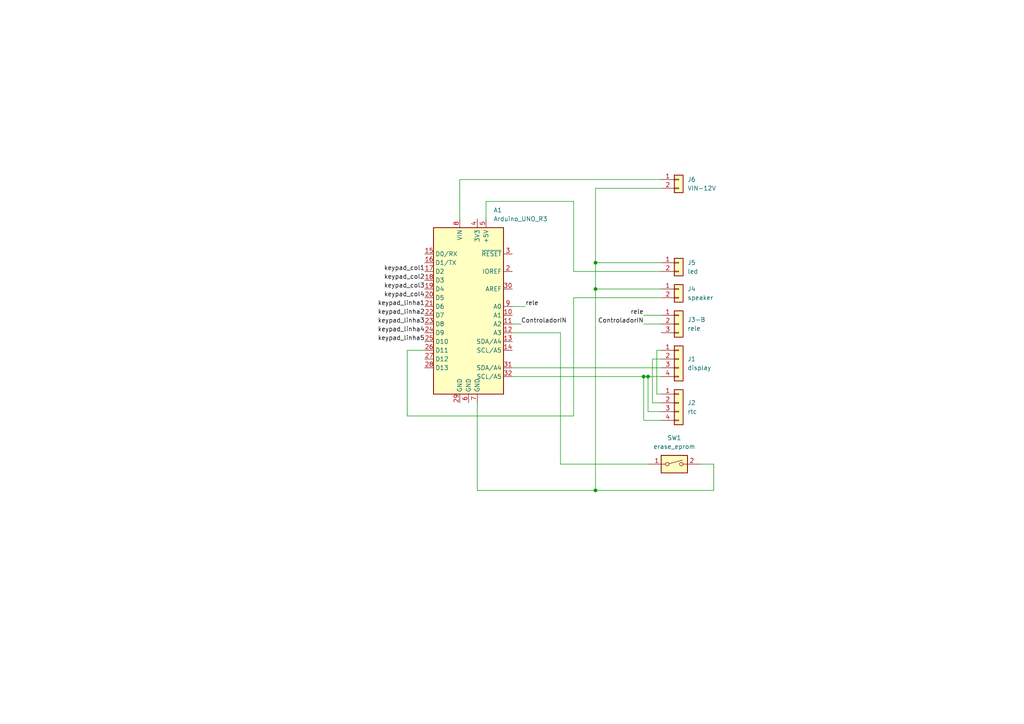
<source format=kicad_sch>
(kicad_sch (version 20250114) (generator "eeschema") (generator_version "9.0")
  (paper "A4")
  (lib_symbols
    (symbol "Connector_Generic:Conn_01x02" (pin_names (offset 1.016) (hide yes))
      (property "Reference" "J" (at 0 2.54 0))
      (property "Value" "Conn_01x02" (at 0 -5.08 0))
      (symbol "Conn_01x02_1_1"
        (rectangle (start -1.27 1.27) (end 1.27 -3.81) (stroke (width 0.254)) (fill (type background)))
        (rectangle (start -1.27 0.127) (end 0 -0.127) (stroke (width 0.1524)))
        (rectangle (start -1.27 -2.413) (end 0 -2.667) (stroke (width 0.1524)))
        (pin passive line (at -5.08 0 0) (length 3.81) (name "Pin_1") (number "1"))
        (pin passive line (at -5.08 -2.54 0) (length 3.81) (name "Pin_2") (number "2"))
      )
    )
    (symbol "Connector_Generic:Conn_01x03" (pin_names (offset 1.016) (hide yes))
      (property "Reference" "J" (at 0 5.08 0))
      (property "Value" "Conn_01x03" (at 0 -5.08 0))
      (symbol "Conn_01x03_1_1"
        (rectangle (start -1.27 3.81) (end 1.27 -3.81) (stroke (width 0.254)) (fill (type background)))
        (rectangle (start -1.27 2.667) (end 0 2.413) (stroke (width 0.1524)))
        (rectangle (start -1.27 0.127) (end 0 -0.127) (stroke (width 0.1524)))
        (rectangle (start -1.27 -2.413) (end 0 -2.667) (stroke (width 0.1524)))
        (pin passive line (at -5.08 2.54 0) (length 3.81) (name "Pin_1") (number "1"))
        (pin passive line (at -5.08 0 0) (length 3.81) (name "Pin_2") (number "2"))
        (pin passive line (at -5.08 -2.54 0) (length 3.81) (name "Pin_3") (number "3"))
      )
    )
    (symbol "Connector_Generic:Conn_01x04" (pin_names (offset 1.016) (hide yes))
      (property "Reference" "J" (at 0 5.08 0))
      (property "Value" "Conn_01x04" (at 0 -7.62 0))
      (symbol "Conn_01x04_1_1"
        (rectangle (start -1.27 3.81) (end 1.27 -6.35) (stroke (width 0.254)) (fill (type background)))
        (rectangle (start -1.27 2.667) (end 0 2.413) (stroke (width 0.1524)))
        (rectangle (start -1.27 0.127) (end 0 -0.127) (stroke (width 0.1524)))
        (rectangle (start -1.27 -2.413) (end 0 -2.667) (stroke (width 0.1524)))
        (rectangle (start -1.27 -4.953) (end 0 -5.207) (stroke (width 0.1524)))
        (pin passive line (at -5.08 2.54 0) (length 3.81) (name "Pin_1") (number "1"))
        (pin passive line (at -5.08 0 0) (length 3.81) (name "Pin_2") (number "2"))
        (pin passive line (at -5.08 -2.54 0) (length 3.81) (name "Pin_3") (number "3"))
        (pin passive line (at -5.08 -5.08 0) (length 3.81) (name "Pin_4") (number "4"))
      )
    )
    (symbol "MCU_Module:Arduino_UNO_R3"
      (property "Reference" "A" (at -10.16 23.495 0))
      (property "Value" "Arduino_UNO_R3" (at 5.08 -26.67 0))
      (symbol "Arduino_UNO_R3_0_1"
        (rectangle (start -10.16 22.86) (end 10.16 -25.4) (stroke (width 0.254)) (fill (type background)))
      )
      (symbol "Arduino_UNO_R3_1_1"
        (pin bidirectional line (at -12.7 15.24 0) (length 2.54) (name "D0/RX") (number "15"))
        (pin bidirectional line (at -12.7 12.7 0) (length 2.54) (name "D1/TX") (number "16"))
        (pin bidirectional line (at -12.7 10.16 0) (length 2.54) (name "D2") (number "17"))
        (pin bidirectional line (at -12.7 7.62 0) (length 2.54) (name "D3") (number "18"))
        (pin bidirectional line (at -12.7 5.08 0) (length 2.54) (name "D4") (number "19"))
        (pin bidirectional line (at -12.7 2.54 0) (length 2.54) (name "D5") (number "20"))
        (pin bidirectional line (at -12.7 0 0) (length 2.54) (name "D6") (number "21"))
        (pin bidirectional line (at -12.7 -2.54 0) (length 2.54) (name "D7") (number "22"))
        (pin bidirectional line (at -12.7 -5.08 0) (length 2.54) (name "D8") (number "23"))
        (pin bidirectional line (at -12.7 -7.62 0) (length 2.54) (name "D9") (number "24"))
        (pin bidirectional line (at -12.7 -10.16 0) (length 2.54) (name "D10") (number "25"))
        (pin bidirectional line (at -12.7 -12.7 0) (length 2.54) (name "D11") (number "26"))
        (pin bidirectional line (at -12.7 -15.24 0) (length 2.54) (name "D12") (number "27"))
        (pin bidirectional line (at -12.7 -17.78 0) (length 2.54) (name "D13") (number "28"))
        (pin no_connect line (at -10.16 -20.32 0) (length 2.54) (hide yes) (name "NC") (number "1"))
        (pin power_in line (at -2.54 25.4 270) (length 2.54) (name "VIN") (number "8"))
        (pin power_in line (at -2.54 -27.94 90) (length 2.54) (name "GND") (number "29"))
        (pin power_in line (at 0 -27.94 90) (length 2.54) (name "GND") (number "6"))
        (pin power_out line (at 2.54 25.4 270) (length 2.54) (name "3V3") (number "4"))
        (pin power_in line (at 2.54 -27.94 90) (length 2.54) (name "GND") (number "7"))
        (pin power_out line (at 5.08 25.4 270) (length 2.54) (name "+5V") (number "5"))
        (pin input line (at 12.7 15.24 180) (length 2.54) (name "~{RESET}") (number "3"))
        (pin output line (at 12.7 10.16 180) (length 2.54) (name "IOREF") (number "2"))
        (pin input line (at 12.7 5.08 180) (length 2.54) (name "AREF") (number "30"))
        (pin bidirectional line (at 12.7 0 180) (length 2.54) (name "A0") (number "9"))
        (pin bidirectional line (at 12.7 -2.54 180) (length 2.54) (name "A1") (number "10"))
        (pin bidirectional line (at 12.7 -5.08 180) (length 2.54) (name "A2") (number "11"))
        (pin bidirectional line (at 12.7 -7.62 180) (length 2.54) (name "A3") (number "12"))
        (pin bidirectional line (at 12.7 -10.16 180) (length 2.54) (name "SDA/A4") (number "13"))
        (pin bidirectional line (at 12.7 -12.7 180) (length 2.54) (name "SCL/A5") (number "14"))
        (pin bidirectional line (at 12.7 -17.78 180) (length 2.54) (name "SDA/A4") (number "31"))
        (pin bidirectional line (at 12.7 -20.32 180) (length 2.54) (name "SCL/A5") (number "32"))
      )
    )
    (symbol "Switch:SW_DIP_x01" (pin_names (offset 0) (hide yes))
      (property "Reference" "SW" (at 0 3.81 0))
      (property "Value" "SW_DIP_x01" (at 0 -3.81 0))
      (symbol "SW_DIP_x01_0_0"
        (circle (center -2.032 0) (radius 0.508))
        (polyline (pts (xy -1.524 0.127) (xy 2.3622 1.1684)))
        (circle (center 2.032 0) (radius 0.508))
      )
      (symbol "SW_DIP_x01_0_1"
        (rectangle (start -3.81 2.54) (end 3.81 -2.54) (stroke (width 0.254)) (fill (type background)))
      )
      (symbol "SW_DIP_x01_1_1"
        (pin passive line (at -7.62 0 0) (length 5.08) (name "~") (number "1"))
        (pin passive line (at 7.62 0 180) (length 5.08) (name "~") (number "2"))
      )
    )
  )
  (junction (at 172.72 142.24))
  (junction (at 172.72 83.82))
  (junction (at 186.69 109.22))
  (junction (at 187.96 109.22))
  (junction (at 172.72 76.2))
  (wire (pts (xy 191.77 114.3) (xy 190.5 114.3)))
  (wire (pts (xy 187.96 109.22) (xy 186.69 109.22)))
  (wire (pts (xy 133.35 52.07) (xy 191.77 52.07)))
  (wire (pts (xy 133.35 63.5) (xy 133.35 52.07)))
  (wire (pts (xy 148.59 96.52) (xy 162.56 96.52)))
  (wire (pts (xy 189.23 104.14) (xy 191.77 104.14)))
  (wire (pts (xy 172.72 76.2) (xy 191.77 76.2)))
  (wire (pts (xy 172.72 54.61) (xy 191.77 54.61)))
  (wire (pts (xy 189.23 116.84) (xy 189.23 104.14)))
  (wire (pts (xy 172.72 76.2) (xy 172.72 54.61)))
  (wire (pts (xy 172.72 142.24) (xy 172.72 83.82)))
  (wire (pts (xy 203.2 134.62) (xy 207.01 134.62)))
  (wire (pts (xy 118.11 120.65) (xy 118.11 101.6)))
  (wire (pts (xy 172.72 83.82) (xy 191.77 83.82)))
  (wire (pts (xy 207.01 142.24) (xy 172.72 142.24)))
  (wire (pts (xy 186.69 93.98) (xy 191.77 93.98)))
  (wire (pts (xy 166.37 86.36) (xy 166.37 120.65)))
  (wire (pts (xy 191.77 121.92) (xy 186.69 121.92)))
  (wire (pts (xy 118.11 101.6) (xy 123.19 101.6)))
  (wire (pts (xy 140.97 58.42) (xy 166.37 58.42)))
  (wire (pts (xy 191.77 119.38) (xy 187.96 119.38)))
  (wire (pts (xy 191.77 116.84) (xy 189.23 116.84)))
  (wire (pts (xy 186.69 109.22) (xy 148.59 109.22)))
  (wire (pts (xy 138.43 116.84) (xy 138.43 142.24)))
  (wire (pts (xy 186.69 91.44) (xy 191.77 91.44)))
  (wire (pts (xy 151.13 93.98) (xy 148.59 93.98)))
  (wire (pts (xy 207.01 134.62) (xy 207.01 142.24)))
  (wire (pts (xy 190.5 114.3) (xy 190.5 101.6)))
  (wire (pts (xy 190.5 101.6) (xy 191.77 101.6)))
  (wire (pts (xy 191.77 109.22) (xy 187.96 109.22)))
  (wire (pts (xy 138.43 142.24) (xy 172.72 142.24)))
  (wire (pts (xy 172.72 83.82) (xy 172.72 76.2)))
  (wire (pts (xy 186.69 121.92) (xy 186.69 109.22)))
  (wire (pts (xy 140.97 63.5) (xy 140.97 58.42)))
  (wire (pts (xy 187.96 119.38) (xy 187.96 109.22)))
  (wire (pts (xy 162.56 96.52) (xy 162.56 134.62)))
  (wire (pts (xy 166.37 120.65) (xy 118.11 120.65)))
  (wire (pts (xy 166.37 78.74) (xy 191.77 78.74)))
  (wire (pts (xy 191.77 106.68) (xy 148.59 106.68)))
  (wire (pts (xy 162.56 134.62) (xy 187.96 134.62)))
  (wire (pts (xy 152.4 88.9) (xy 148.59 88.9)))
  (wire (pts (xy 191.77 86.36) (xy 166.37 86.36)))
  (wire (pts (xy 166.37 58.42) (xy 166.37 78.74)))
  (label "keypad_col3" (at 123.19 83.82 180))
  (label "ControladorIN" (at 186.69 93.98 180))
  (label "keypad_linha3" (at 123.19 93.98 180))
  (label "keypad_linha5" (at 123.19 99.06 180))
  (label "keypad_col4" (at 123.19 86.36 180))
  (label "rele" (at 186.69 91.44 180))
  (label "keypad_linha2" (at 123.19 91.44 180))
  (label "keypad_col1" (at 123.19 78.74 180))
  (label "ControladorIN" (at 151.13 93.98 0))
  (label "rele" (at 152.4 88.9 0))
  (label "keypad_col2" (at 123.19 81.28 180))
  (label "keypad_linha1" (at 123.19 88.9 180))
  (label "keypad_linha4" (at 123.19 96.52 180))
  (symbol (lib_id "Connector_Generic:Conn_01x02") (at 196.85 83.82 0) (unit 1)
    (property "Reference" "J4" (at 199.39 83.8199 0) (effects (justify left)))
    (property "Value" "speaker" (at 199.39 86.3599 0) (effects (justify left)))
    (property "Description" "Generic connector, single row, 01x02, script generated (kicad-library-utils/schlib/autogen/connector/)" (effects (hide yes)))
  )
  (symbol (lib_id "Connector_Generic:Conn_01x04") (at 196.85 116.84 0) (unit 1)
    (property "Reference" "J2" (at 199.39 116.8399 0) (effects (justify left)))
    (property "Value" "rtc" (at 199.39 119.3799 0) (effects (justify left)))
    (property "Description" "Generic connector, single row, 01x04, script generated (kicad-library-utils/schlib/autogen/connector/)" (effects (hide yes)))
  )
  (symbol (lib_id "Connector_Generic:Conn_01x02") (at 196.85 52.07 0) (unit 1)
    (property "Reference" "J6" (at 199.39 52.0699 0) (effects (justify left)))
    (property "Value" "VIN-12V" (at 199.39 54.6099 0) (effects (justify left)))
    (property "Description" "Generic connector, single row, 01x02, script generated (kicad-library-utils/schlib/autogen/connector/)" (effects (hide yes)))
  )
  (symbol (lib_id "Connector_Generic:Conn_01x03") (at 196.85 93.98 0) (unit 1)
    (property "Reference" "J3-B" (at 199.39 92.7099 0) (effects (justify left)))
    (property "Value" "rele" (at 199.39 95.2499 0) (effects (justify left)))
    (property "Description" "Generic connector, single row, 01x03, script generated (kicad-library-utils/schlib/autogen/connector/)" (effects (hide yes)))
  )
  (symbol (lib_id "MCU_Module:Arduino_UNO_R3") (at 135.89 88.9 0) (unit 1)
    (property "Reference" "A1" (at 143.1133 60.96 0) (effects (justify left)))
    (property "Value" "Arduino_UNO_R3" (at 143.1133 63.5 0) (effects (justify left)))
    (property "Footprint" "Module:Arduino_UNO_R3" (effects (hide yes)))
    (property "Datasheet" "https://www.arduino.cc/en/Main/arduinoBoardUno" (effects (hide yes)))
    (property "Description" "Arduino UNO Microcontroller Module, release 3" (effects (hide yes)))
  )
  (symbol (lib_id "Connector_Generic:Conn_01x04") (at 196.85 104.14 0) (unit 1)
    (property "Reference" "J1" (at 199.39 104.1399 0) (effects (justify left)))
    (property "Value" "display" (at 199.39 106.6799 0) (effects (justify left)))
    (property "Description" "Generic connector, single row, 01x04, script generated (kicad-library-utils/schlib/autogen/connector/)" (effects (hide yes)))
  )
  (symbol (lib_id "Connector_Generic:Conn_01x02") (at 196.85 76.2 0) (unit 1)
    (property "Reference" "J5" (at 199.39 76.1999 0) (effects (justify left)))
    (property "Value" "led" (at 199.39 78.7399 0) (effects (justify left)))
    (property "Description" "Generic connector, single row, 01x02, script generated (kicad-library-utils/schlib/autogen/connector/)" (effects (hide yes)))
  )
  (symbol (lib_id "Switch:SW_DIP_x01") (at 195.58 134.62 0) (unit 1)
    (property "Reference" "SW1" (at 195.58 127 0))
    (property "Value" "erase_eprom" (at 195.58 129.54 0))
    (property "Description" "1x DIP Switch, Single Pole Single Throw (SPST) switch, small symbol" (effects (hide yes)))
  )
)
</source>
